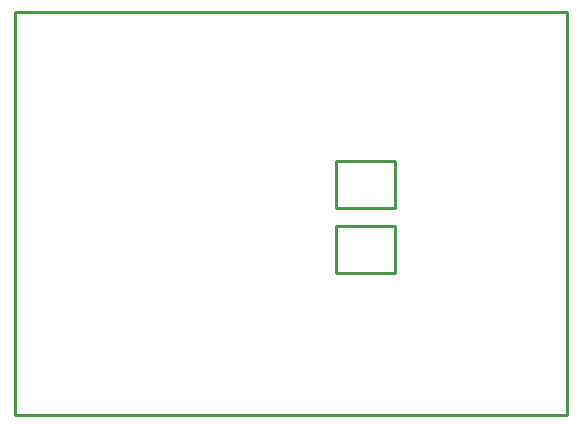
<source format=gko>
G04*
G04 #@! TF.GenerationSoftware,Altium Limited,Altium Designer,20.0.13 (296)*
G04*
G04 Layer_Color=16711935*
%FSLAX25Y25*%
%MOIN*%
G70*
G01*
G75*
%ADD15C,0.01000*%
D15*
X106788Y63073D02*
X126473D01*
X106788Y47325D02*
Y63073D01*
Y47325D02*
X126473D01*
Y63073D01*
X106800Y69092D02*
Y84787D01*
Y69092D02*
X126432D01*
X126473Y69051D01*
Y84799D01*
X106788D02*
X126473D01*
X0Y134500D02*
X183800D01*
X0Y0D02*
Y134500D01*
Y0D02*
X183800D01*
Y134500D01*
M02*

</source>
